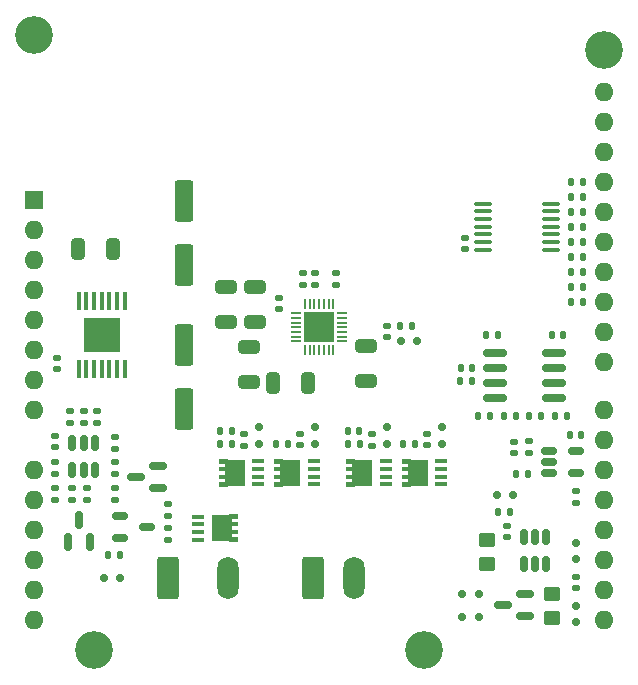
<source format=gts>
G04 #@! TF.GenerationSoftware,KiCad,Pcbnew,7.0.10*
G04 #@! TF.CreationDate,2024-01-13T20:14:55+01:00*
G04 #@! TF.ProjectId,drv8323shield,64727638-3332-4337-9368-69656c642e6b,A*
G04 #@! TF.SameCoordinates,Original*
G04 #@! TF.FileFunction,Soldermask,Top*
G04 #@! TF.FilePolarity,Negative*
%FSLAX46Y46*%
G04 Gerber Fmt 4.6, Leading zero omitted, Abs format (unit mm)*
G04 Created by KiCad (PCBNEW 7.0.10) date 2024-01-13 20:14:55*
%MOMM*%
%LPD*%
G01*
G04 APERTURE LIST*
G04 Aperture macros list*
%AMRoundRect*
0 Rectangle with rounded corners*
0 $1 Rounding radius*
0 $2 $3 $4 $5 $6 $7 $8 $9 X,Y pos of 4 corners*
0 Add a 4 corners polygon primitive as box body*
4,1,4,$2,$3,$4,$5,$6,$7,$8,$9,$2,$3,0*
0 Add four circle primitives for the rounded corners*
1,1,$1+$1,$2,$3*
1,1,$1+$1,$4,$5*
1,1,$1+$1,$6,$7*
1,1,$1+$1,$8,$9*
0 Add four rect primitives between the rounded corners*
20,1,$1+$1,$2,$3,$4,$5,0*
20,1,$1+$1,$4,$5,$6,$7,0*
20,1,$1+$1,$6,$7,$8,$9,0*
20,1,$1+$1,$8,$9,$2,$3,0*%
%AMFreePoly0*
4,1,21,1.372500,0.787500,0.862500,0.787500,0.862500,0.532500,1.372500,0.532500,1.372500,0.127500,0.862500,0.127500,0.862500,-0.127500,1.372500,-0.127500,1.372500,-0.532500,0.862500,-0.532500,0.862500,-0.787500,1.372500,-0.787500,1.372500,-1.195000,0.612500,-1.195000,0.612500,-1.117500,-0.862500,-1.117500,-0.862500,1.117500,0.612500,1.117500,0.612500,1.195000,1.372500,1.195000,
1.372500,0.787500,1.372500,0.787500,$1*%
G04 Aperture macros list end*
%ADD10R,0.990000X0.405000*%
%ADD11FreePoly0,180.000000*%
%ADD12RoundRect,0.150000X-0.150000X0.512500X-0.150000X-0.512500X0.150000X-0.512500X0.150000X0.512500X0*%
%ADD13RoundRect,0.150000X0.200000X-0.150000X0.200000X0.150000X-0.200000X0.150000X-0.200000X-0.150000X0*%
%ADD14RoundRect,0.150000X-0.512500X-0.150000X0.512500X-0.150000X0.512500X0.150000X-0.512500X0.150000X0*%
%ADD15RoundRect,0.140000X-0.170000X0.140000X-0.170000X-0.140000X0.170000X-0.140000X0.170000X0.140000X0*%
%ADD16RoundRect,0.250000X-0.650000X-1.550000X0.650000X-1.550000X0.650000X1.550000X-0.650000X1.550000X0*%
%ADD17O,1.800000X3.600000*%
%ADD18RoundRect,0.250000X-0.450000X0.350000X-0.450000X-0.350000X0.450000X-0.350000X0.450000X0.350000X0*%
%ADD19RoundRect,0.135000X-0.135000X-0.185000X0.135000X-0.185000X0.135000X0.185000X-0.135000X0.185000X0*%
%ADD20RoundRect,0.135000X0.135000X0.185000X-0.135000X0.185000X-0.135000X-0.185000X0.135000X-0.185000X0*%
%ADD21RoundRect,0.140000X0.170000X-0.140000X0.170000X0.140000X-0.170000X0.140000X-0.170000X-0.140000X0*%
%ADD22RoundRect,0.140000X-0.140000X-0.170000X0.140000X-0.170000X0.140000X0.170000X-0.140000X0.170000X0*%
%ADD23RoundRect,0.100000X0.637500X0.100000X-0.637500X0.100000X-0.637500X-0.100000X0.637500X-0.100000X0*%
%ADD24RoundRect,0.135000X-0.185000X0.135000X-0.185000X-0.135000X0.185000X-0.135000X0.185000X0.135000X0*%
%ADD25RoundRect,0.135000X0.185000X-0.135000X0.185000X0.135000X-0.185000X0.135000X-0.185000X-0.135000X0*%
%ADD26RoundRect,0.140000X0.140000X0.170000X-0.140000X0.170000X-0.140000X-0.170000X0.140000X-0.170000X0*%
%ADD27RoundRect,0.150000X0.587500X0.150000X-0.587500X0.150000X-0.587500X-0.150000X0.587500X-0.150000X0*%
%ADD28RoundRect,0.150000X-0.150000X-0.200000X0.150000X-0.200000X0.150000X0.200000X-0.150000X0.200000X0*%
%ADD29RoundRect,0.250000X-0.325000X-0.650000X0.325000X-0.650000X0.325000X0.650000X-0.325000X0.650000X0*%
%ADD30RoundRect,0.250000X-0.650000X0.325000X-0.650000X-0.325000X0.650000X-0.325000X0.650000X0.325000X0*%
%ADD31RoundRect,0.150000X0.150000X-0.587500X0.150000X0.587500X-0.150000X0.587500X-0.150000X-0.587500X0*%
%ADD32RoundRect,0.250000X0.650000X-0.325000X0.650000X0.325000X-0.650000X0.325000X-0.650000X-0.325000X0*%
%ADD33RoundRect,0.250000X0.550000X-1.500000X0.550000X1.500000X-0.550000X1.500000X-0.550000X-1.500000X0*%
%ADD34RoundRect,0.150000X0.150000X0.200000X-0.150000X0.200000X-0.150000X-0.200000X0.150000X-0.200000X0*%
%ADD35RoundRect,0.150000X0.150000X-0.512500X0.150000X0.512500X-0.150000X0.512500X-0.150000X-0.512500X0*%
%ADD36RoundRect,0.150000X-0.825000X-0.150000X0.825000X-0.150000X0.825000X0.150000X-0.825000X0.150000X0*%
%ADD37RoundRect,0.050000X-0.387500X-0.050000X0.387500X-0.050000X0.387500X0.050000X-0.387500X0.050000X0*%
%ADD38RoundRect,0.050000X-0.050000X-0.387500X0.050000X-0.387500X0.050000X0.387500X-0.050000X0.387500X0*%
%ADD39R,2.600000X2.600000*%
%ADD40FreePoly0,0.000000*%
%ADD41R,3.100000X3.000000*%
%ADD42RoundRect,0.100000X-0.100000X0.687500X-0.100000X-0.687500X0.100000X-0.687500X0.100000X0.687500X0*%
%ADD43C,3.200000*%
%ADD44R,1.600000X1.600000*%
%ADD45O,1.600000X1.600000*%
G04 APERTURE END LIST*
D10*
X114465000Y-75158000D03*
X114465000Y-74498000D03*
X114465000Y-73838000D03*
X114465000Y-73178000D03*
D11*
X112472500Y-74168000D03*
D12*
X123378000Y-79634500D03*
X122428000Y-79634500D03*
X121478000Y-79634500D03*
X121478000Y-81909500D03*
X122428000Y-81909500D03*
X123378000Y-81909500D03*
D13*
X109855000Y-70293000D03*
X109855000Y-71693000D03*
D14*
X87260000Y-77790000D03*
X87260000Y-79690000D03*
X89535000Y-78740000D03*
D15*
X81788000Y-71021000D03*
X81788000Y-71981000D03*
X125857000Y-82959000D03*
X125857000Y-83919000D03*
D16*
X103632000Y-83058000D03*
D17*
X107132000Y-83058000D03*
D18*
X118364000Y-79899000D03*
X118364000Y-81899000D03*
D19*
X86231000Y-81153000D03*
X87251000Y-81153000D03*
X121918000Y-69342000D03*
X122938000Y-69342000D03*
D20*
X126494000Y-57150000D03*
X125474000Y-57150000D03*
D16*
X91313000Y-83046500D03*
D17*
X96393000Y-83046500D03*
D20*
X126494000Y-49530000D03*
X125474000Y-49530000D03*
D10*
X98971000Y-75158000D03*
X98971000Y-74498000D03*
X98971000Y-73838000D03*
X98971000Y-73178000D03*
D11*
X96978500Y-74168000D03*
D21*
X102489000Y-71854000D03*
X102489000Y-70894000D03*
D22*
X116134000Y-65278000D03*
X117094000Y-65278000D03*
D20*
X117096000Y-66421000D03*
X116076000Y-66421000D03*
D23*
X123766500Y-55290000D03*
X123766500Y-54640000D03*
X123766500Y-53990000D03*
X123766500Y-53340000D03*
X123766500Y-52690000D03*
X123766500Y-52040000D03*
X123766500Y-51390000D03*
X118041500Y-51390000D03*
X118041500Y-52040000D03*
X118041500Y-52690000D03*
X118041500Y-53340000D03*
X118041500Y-53990000D03*
X118041500Y-54640000D03*
X118041500Y-55290000D03*
D19*
X95756000Y-71755000D03*
X96776000Y-71755000D03*
D24*
X91313000Y-78865000D03*
X91313000Y-79885000D03*
D25*
X86868000Y-72138000D03*
X86868000Y-71118000D03*
D20*
X121795000Y-74295000D03*
X120775000Y-74295000D03*
D19*
X124077000Y-69342000D03*
X125097000Y-69342000D03*
D25*
X83058000Y-69979000D03*
X83058000Y-68959000D03*
D26*
X126337000Y-70993000D03*
X125377000Y-70993000D03*
D24*
X86868000Y-75436000D03*
X86868000Y-76456000D03*
D20*
X126494000Y-58420000D03*
X125474000Y-58420000D03*
D27*
X90472500Y-75499000D03*
X90472500Y-73599000D03*
X88597500Y-74549000D03*
D25*
X84201000Y-69979000D03*
X84201000Y-68959000D03*
D28*
X112460000Y-62992000D03*
X111060000Y-62992000D03*
D18*
X123825000Y-84471000D03*
X123825000Y-86471000D03*
D19*
X117600000Y-69342000D03*
X118620000Y-69342000D03*
D29*
X83742000Y-55245000D03*
X86692000Y-55245000D03*
D30*
X98171000Y-63549000D03*
X98171000Y-66499000D03*
D21*
X81915000Y-65377000D03*
X81915000Y-64417000D03*
D24*
X125857000Y-75690000D03*
X125857000Y-76710000D03*
D31*
X82870000Y-80058500D03*
X84770000Y-80058500D03*
X83820000Y-78183500D03*
D22*
X95786000Y-70612000D03*
X96746000Y-70612000D03*
D27*
X121587500Y-86294000D03*
X121587500Y-84394000D03*
X119712500Y-85344000D03*
D20*
X126494000Y-53340000D03*
X125474000Y-53340000D03*
D24*
X103759000Y-57275000D03*
X103759000Y-58295000D03*
D13*
X99060000Y-70293000D03*
X99060000Y-71693000D03*
D24*
X102743000Y-57275000D03*
X102743000Y-58295000D03*
D28*
X117667000Y-86360000D03*
X116267000Y-86360000D03*
D24*
X86868000Y-73275000D03*
X86868000Y-74295000D03*
D20*
X126494000Y-55880000D03*
X125474000Y-55880000D03*
D25*
X97790000Y-71884000D03*
X97790000Y-70864000D03*
D32*
X108077000Y-66372000D03*
X108077000Y-63422000D03*
D20*
X126494000Y-52070000D03*
X125474000Y-52070000D03*
D26*
X126464000Y-50800000D03*
X125504000Y-50800000D03*
D28*
X87314000Y-83058000D03*
X85914000Y-83058000D03*
D20*
X126494000Y-54610000D03*
X125474000Y-54610000D03*
X120271000Y-77470000D03*
X119251000Y-77470000D03*
D21*
X116459000Y-55217000D03*
X116459000Y-54257000D03*
D25*
X81788000Y-74297000D03*
X81788000Y-73277000D03*
D33*
X92710000Y-68740000D03*
X92710000Y-63340000D03*
D34*
X119188000Y-76073000D03*
X120588000Y-76073000D03*
D35*
X83251000Y-73908500D03*
X84201000Y-73908500D03*
X85151000Y-73908500D03*
X85151000Y-71633500D03*
X84201000Y-71633500D03*
X83251000Y-71633500D03*
D21*
X120650000Y-72489000D03*
X120650000Y-71529000D03*
D36*
X119064000Y-64008000D03*
X119064000Y-65278000D03*
X119064000Y-66548000D03*
X119064000Y-67818000D03*
X124014000Y-67818000D03*
X124014000Y-66548000D03*
X124014000Y-65278000D03*
X124014000Y-64008000D03*
D10*
X109766000Y-75158000D03*
X109766000Y-74498000D03*
X109766000Y-73838000D03*
X109766000Y-73178000D03*
D11*
X107773500Y-74168000D03*
D10*
X103670000Y-75158000D03*
X103670000Y-74498000D03*
X103670000Y-73838000D03*
X103670000Y-73178000D03*
D11*
X101677500Y-74168000D03*
D13*
X125857000Y-80072000D03*
X125857000Y-81472000D03*
D14*
X123576500Y-72329000D03*
X123576500Y-73279000D03*
X123576500Y-74229000D03*
X125851500Y-74229000D03*
X125851500Y-72329000D03*
D20*
X112016000Y-61722000D03*
X110996000Y-61722000D03*
D21*
X100711000Y-60325000D03*
X100711000Y-59365000D03*
D19*
X106551000Y-71755000D03*
X107571000Y-71755000D03*
D29*
X100252000Y-66548000D03*
X103202000Y-66548000D03*
D19*
X111250000Y-71755000D03*
X112270000Y-71755000D03*
D24*
X83185000Y-75436000D03*
X83185000Y-76456000D03*
D19*
X119759000Y-69342000D03*
X120779000Y-69342000D03*
D37*
X102202500Y-60649000D03*
X102202500Y-61049000D03*
X102202500Y-61449000D03*
X102202500Y-61849000D03*
X102202500Y-62249000D03*
X102202500Y-62649000D03*
X102202500Y-63049000D03*
D38*
X102940000Y-63786500D03*
X103340000Y-63786500D03*
X103740000Y-63786500D03*
X104140000Y-63786500D03*
X104540000Y-63786500D03*
X104940000Y-63786500D03*
X105340000Y-63786500D03*
D37*
X106077500Y-63049000D03*
X106077500Y-62649000D03*
X106077500Y-62249000D03*
X106077500Y-61849000D03*
X106077500Y-61449000D03*
X106077500Y-61049000D03*
X106077500Y-60649000D03*
D38*
X105340000Y-59911500D03*
X104940000Y-59911500D03*
X104540000Y-59911500D03*
X104140000Y-59911500D03*
X103740000Y-59911500D03*
X103340000Y-59911500D03*
X102940000Y-59911500D03*
D39*
X104140000Y-61849000D03*
D28*
X117667000Y-84455000D03*
X116267000Y-84455000D03*
D30*
X96266000Y-58469000D03*
X96266000Y-61419000D03*
D25*
X85344000Y-69979000D03*
X85344000Y-68959000D03*
D13*
X103759000Y-70293000D03*
X103759000Y-71693000D03*
D22*
X106581000Y-70612000D03*
X107541000Y-70612000D03*
D10*
X93892500Y-77877000D03*
X93892500Y-78537000D03*
X93892500Y-79197000D03*
X93892500Y-79857000D03*
D40*
X95885000Y-78867000D03*
D24*
X91313000Y-76833000D03*
X91313000Y-77853000D03*
X84455000Y-75436000D03*
X84455000Y-76456000D03*
D15*
X109855000Y-61750000D03*
X109855000Y-62710000D03*
D25*
X105537000Y-58295000D03*
X105537000Y-57275000D03*
D13*
X114554000Y-70293000D03*
X114554000Y-71693000D03*
D32*
X98679000Y-61419000D03*
X98679000Y-58469000D03*
D22*
X123853000Y-62484000D03*
X124813000Y-62484000D03*
D33*
X92710000Y-56548000D03*
X92710000Y-51148000D03*
D21*
X113284000Y-71854000D03*
X113284000Y-70894000D03*
X120015000Y-79601000D03*
X120015000Y-78641000D03*
D19*
X100455000Y-71755000D03*
X101475000Y-71755000D03*
D41*
X85725000Y-62484000D03*
D42*
X87675000Y-59621500D03*
X87025000Y-59621500D03*
X86375000Y-59621500D03*
X85725000Y-59621500D03*
X85075000Y-59621500D03*
X84425000Y-59621500D03*
X83775000Y-59621500D03*
X83775000Y-65346500D03*
X84425000Y-65346500D03*
X85075000Y-65346500D03*
X85725000Y-65346500D03*
X86375000Y-65346500D03*
X87025000Y-65346500D03*
X87675000Y-65346500D03*
D19*
X118235000Y-62484000D03*
X119255000Y-62484000D03*
D20*
X126494000Y-59690000D03*
X125474000Y-59690000D03*
D24*
X121920000Y-71499000D03*
X121920000Y-72519000D03*
D13*
X125857000Y-85406000D03*
X125857000Y-86806000D03*
D25*
X108585000Y-71884000D03*
X108585000Y-70864000D03*
X81788000Y-76456000D03*
X81788000Y-75436000D03*
D43*
X80010000Y-37084000D03*
X128270000Y-38354000D03*
X113030000Y-89154000D03*
X85090000Y-89154000D03*
D44*
X80010000Y-51054000D03*
D45*
X80010000Y-53594000D03*
X80010000Y-56134000D03*
X80010000Y-58674000D03*
X80010000Y-61214000D03*
X80010000Y-63754000D03*
X80010000Y-66294000D03*
X80010000Y-68834000D03*
X80010000Y-73914000D03*
X80010000Y-76454000D03*
X80010000Y-78994000D03*
X80010000Y-81534000D03*
X80010000Y-84074000D03*
X80010000Y-86614000D03*
X128270000Y-86614000D03*
X128270000Y-84074000D03*
X128270000Y-81534000D03*
X128270000Y-78994000D03*
X128270000Y-76454000D03*
X128270000Y-73914000D03*
X128270000Y-71374000D03*
X128270000Y-68834000D03*
X128270000Y-64774000D03*
X128270000Y-62234000D03*
X128270000Y-59694000D03*
X128270000Y-57154000D03*
X128270000Y-54614000D03*
X128270000Y-52074000D03*
X128270000Y-49534000D03*
X128270000Y-46994000D03*
X128270000Y-44454000D03*
X128270000Y-41914000D03*
M02*

</source>
